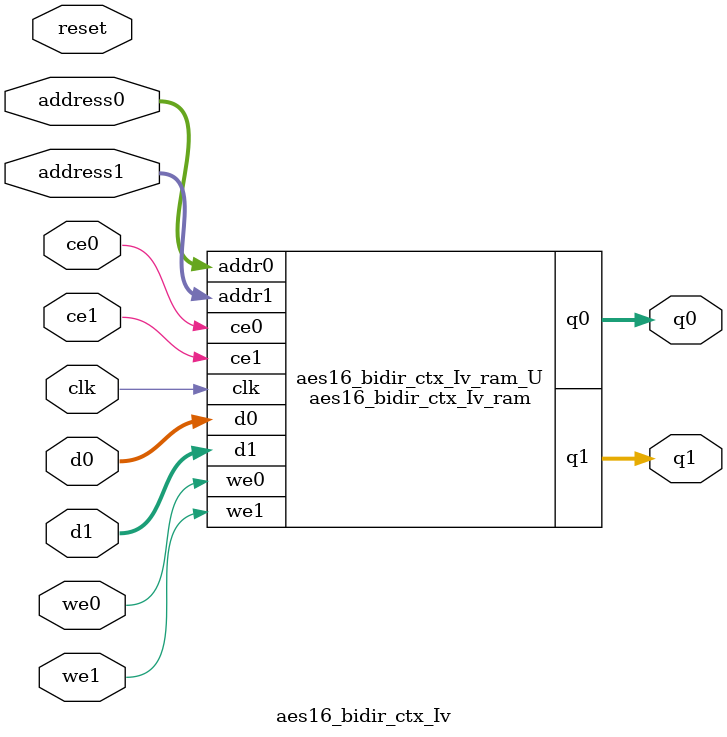
<source format=v>
`timescale 1 ns / 1 ps
module aes16_bidir_ctx_Iv_ram (addr0, ce0, d0, we0, q0, addr1, ce1, d1, we1, q1,  clk);

parameter DWIDTH = 8;
parameter AWIDTH = 4;
parameter MEM_SIZE = 16;

input[AWIDTH-1:0] addr0;
input ce0;
input[DWIDTH-1:0] d0;
input we0;
output reg[DWIDTH-1:0] q0;
input[AWIDTH-1:0] addr1;
input ce1;
input[DWIDTH-1:0] d1;
input we1;
output reg[DWIDTH-1:0] q1;
input clk;

(* ram_style = "block" *)reg [DWIDTH-1:0] ram[0:MEM_SIZE-1];




always @(posedge clk)  
begin 
    if (ce0) 
    begin
        if (we0) 
        begin 
            ram[addr0] <= d0; 
        end 
        q0 <= ram[addr0];
    end
end


always @(posedge clk)  
begin 
    if (ce1) 
    begin
        if (we1) 
        begin 
            ram[addr1] <= d1; 
        end 
        q1 <= ram[addr1];
    end
end


endmodule

`timescale 1 ns / 1 ps
module aes16_bidir_ctx_Iv(
    reset,
    clk,
    address0,
    ce0,
    we0,
    d0,
    q0,
    address1,
    ce1,
    we1,
    d1,
    q1);

parameter DataWidth = 32'd8;
parameter AddressRange = 32'd16;
parameter AddressWidth = 32'd4;
input reset;
input clk;
input[AddressWidth - 1:0] address0;
input ce0;
input we0;
input[DataWidth - 1:0] d0;
output[DataWidth - 1:0] q0;
input[AddressWidth - 1:0] address1;
input ce1;
input we1;
input[DataWidth - 1:0] d1;
output[DataWidth - 1:0] q1;



aes16_bidir_ctx_Iv_ram aes16_bidir_ctx_Iv_ram_U(
    .clk( clk ),
    .addr0( address0 ),
    .ce0( ce0 ),
    .we0( we0 ),
    .d0( d0 ),
    .q0( q0 ),
    .addr1( address1 ),
    .ce1( ce1 ),
    .we1( we1 ),
    .d1( d1 ),
    .q1( q1 ));

endmodule


</source>
